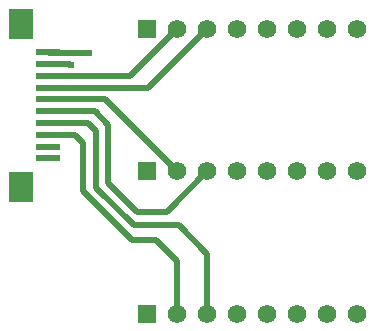
<source format=gtl>
G04 Layer: TopLayer*
G04 EasyEDA v6.5.37, 2023-11-02 15:14:11*
G04 70c171ed55f9412ebf638e9d120c17bd,3a11b6de39944756a1cf0add2bf12301,10*
G04 Gerber Generator version 0.2*
G04 Scale: 100 percent, Rotated: No, Reflected: No *
G04 Dimensions in millimeters *
G04 leading zeros omitted , absolute positions ,4 integer and 5 decimal *
%FSLAX45Y45*%
%MOMM*%

%ADD10C,0.5000*%
%ADD11R,2.1000X2.6000*%
%ADD12R,2.0000X0.6000*%
%ADD13R,1.5748X1.5748*%
%ADD14C,1.5748*%
%ADD15C,0.6200*%

%LPD*%
D10*
X1369796Y3687013D02*
G01*
X1596186Y3687013D01*
X1663700Y3619500D01*
X1663700Y3213100D01*
X2082800Y2794000D01*
X2286000Y2794000D01*
X2463800Y2616200D01*
X2463800Y2171700D01*
X1369796Y3786987D02*
G01*
X1712112Y3786987D01*
X1778000Y3721100D01*
X1778000Y3238500D01*
X2095500Y2921000D01*
X2476500Y2921000D01*
X2717800Y2679700D01*
X2717800Y2171700D01*
X1369796Y3886987D02*
G01*
X1764512Y3886987D01*
X1879600Y3771900D01*
X1879600Y3276600D01*
X2120900Y3035300D01*
X2374900Y3035300D01*
X2717800Y3378200D01*
X1369796Y3986987D02*
G01*
X1855012Y3986987D01*
X2463800Y3378200D01*
X1369796Y4086987D02*
G01*
X2220086Y4086987D01*
X2717800Y4584700D01*
X1369796Y4186986D02*
G01*
X2066086Y4186986D01*
X2463800Y4584700D01*
X1369796Y4286986D02*
G01*
X1555013Y4286986D01*
X1562100Y4279900D01*
X1369801Y4386999D02*
G01*
X1375300Y4381500D01*
X1714500Y4381500D01*
D11*
G01*
X1144803Y3244494D03*
G01*
X1144803Y4629505D03*
D12*
G01*
X1369796Y3486988D03*
G01*
X1369796Y3587013D03*
G01*
X1369796Y3687013D03*
G01*
X1369796Y3786987D03*
G01*
X1369796Y3886987D03*
G01*
X1369796Y3986987D03*
G01*
X1369796Y4086987D03*
G01*
X1369796Y4186986D03*
G01*
X1369796Y4286986D03*
G01*
X1369796Y4386986D03*
D13*
G01*
X2209800Y2171700D03*
D14*
G01*
X2463800Y2171700D03*
G01*
X2717800Y2171700D03*
G01*
X2971800Y2171700D03*
G01*
X3225800Y2171700D03*
G01*
X3479800Y2171700D03*
G01*
X3733800Y2171700D03*
G01*
X3987800Y2171700D03*
D13*
G01*
X2209800Y3378200D03*
D14*
G01*
X2463800Y3378200D03*
G01*
X2717800Y3378200D03*
G01*
X2971800Y3378200D03*
G01*
X3225800Y3378200D03*
G01*
X3479800Y3378200D03*
G01*
X3733800Y3378200D03*
G01*
X3987800Y3378200D03*
D13*
G01*
X2209800Y4584700D03*
D14*
G01*
X2463800Y4584700D03*
G01*
X2717800Y4584700D03*
G01*
X2971800Y4584700D03*
G01*
X3225800Y4584700D03*
G01*
X3479800Y4584700D03*
G01*
X3733800Y4584700D03*
G01*
X3987800Y4584700D03*
D15*
G01*
X1714500Y4381500D03*
G01*
X1562100Y4279900D03*
M02*

</source>
